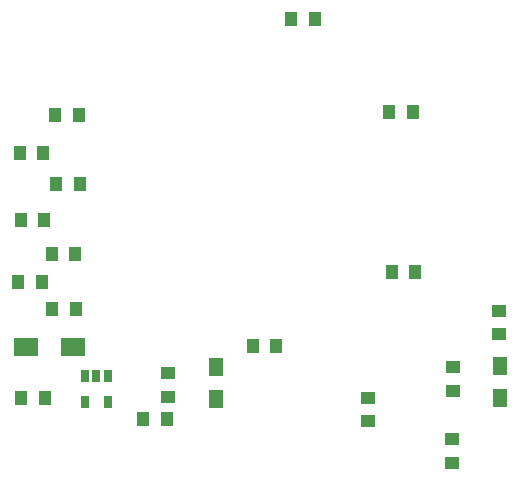
<source format=gbp>
G04 #@! TF.GenerationSoftware,KiCad,Pcbnew,5.1.6-c6e7f7d~87~ubuntu18.04.1*
G04 #@! TF.CreationDate,2020-08-15T23:02:31+05:30*
G04 #@! TF.ProjectId,stm32wb_Dev_v1,73746d33-3277-4625-9f44-65765f76312e,rev?*
G04 #@! TF.SameCoordinates,Original*
G04 #@! TF.FileFunction,Paste,Bot*
G04 #@! TF.FilePolarity,Positive*
%FSLAX46Y46*%
G04 Gerber Fmt 4.6, Leading zero omitted, Abs format (unit mm)*
G04 Created by KiCad (PCBNEW 5.1.6-c6e7f7d~87~ubuntu18.04.1) date 2020-08-15 23:02:31*
%MOMM*%
%LPD*%
G01*
G04 APERTURE LIST*
%ADD10R,2.000000X1.600000*%
%ADD11R,1.000000X1.250000*%
%ADD12R,1.250000X1.000000*%
%ADD13R,1.300000X1.500000*%
%ADD14R,0.650000X1.060000*%
G04 APERTURE END LIST*
D10*
X85256600Y-83022400D03*
X89256600Y-83022400D03*
D11*
X86911200Y-87355700D03*
X84911200Y-87355700D03*
D12*
X114262000Y-87313300D03*
X114262000Y-89313300D03*
D11*
X106472000Y-82974200D03*
X104472000Y-82974200D03*
X87851700Y-69242900D03*
X89851700Y-69242900D03*
X116046000Y-63086000D03*
X118046000Y-63086000D03*
X116241000Y-76692800D03*
X118241000Y-76692800D03*
D12*
X121346000Y-90815900D03*
X121346000Y-92815900D03*
X121450000Y-86739500D03*
X121450000Y-84739500D03*
X125382000Y-81942900D03*
X125382000Y-79942900D03*
D11*
X109742000Y-55250100D03*
X107742000Y-55250100D03*
X86641900Y-77477600D03*
X84641900Y-77477600D03*
X89767900Y-63413600D03*
X87767900Y-63413600D03*
X87503800Y-79806800D03*
X89503800Y-79806800D03*
D12*
X97312500Y-85217800D03*
X97312500Y-87217800D03*
D11*
X95221000Y-89156500D03*
X97221000Y-89156500D03*
X84758000Y-66555600D03*
X86758000Y-66555600D03*
X86852000Y-72298600D03*
X84852000Y-72298600D03*
X89479100Y-75148400D03*
X87479100Y-75148400D03*
D13*
X125435000Y-84607400D03*
X125435000Y-87307400D03*
X101420000Y-87435700D03*
X101420000Y-84735700D03*
D14*
X90309700Y-87704000D03*
X92209700Y-87704000D03*
X92209700Y-85504000D03*
X91259700Y-85504000D03*
X90309700Y-85504000D03*
M02*

</source>
